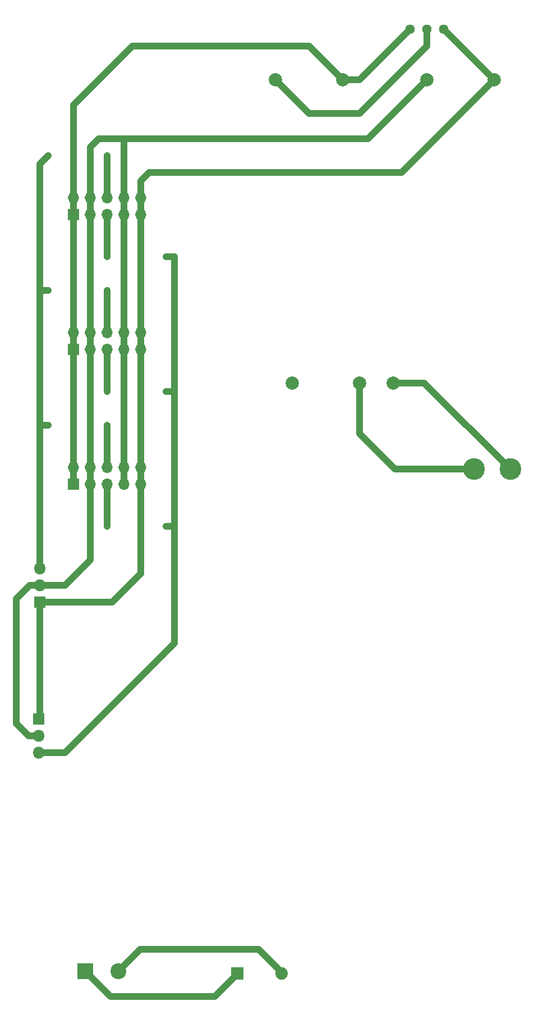
<source format=gbr>
G04 #@! TF.FileFunction,Copper,L2,Bot,Signal*
%FSLAX46Y46*%
G04 Gerber Fmt 4.6, Leading zero omitted, Abs format (unit mm)*
G04 Created by KiCad (PCBNEW 4.0.7) date Thu May  3 20:30:10 2018*
%MOMM*%
%LPD*%
G01*
G04 APERTURE LIST*
%ADD10C,0.100000*%
%ADD11R,1.881000X1.881000*%
%ADD12C,1.881000*%
%ADD13C,3.270000*%
%ADD14R,1.700000X1.700000*%
%ADD15O,1.700000X1.700000*%
%ADD16R,2.400000X2.400000*%
%ADD17C,2.400000*%
%ADD18C,2.000000*%
%ADD19C,1.440000*%
%ADD20R,1.800000X1.800000*%
%ADD21O,1.800000X1.800000*%
%ADD22C,0.600000*%
%ADD23C,1.000000*%
%ADD24C,0.250000*%
G04 APERTURE END LIST*
D10*
D11*
X85400000Y-170860000D03*
D12*
X92150000Y-170860000D03*
D13*
X121150000Y-94860000D03*
X126650000Y-94860000D03*
D14*
X60680000Y-97100000D03*
D15*
X60680000Y-94560000D03*
X63220000Y-97100000D03*
X63220000Y-94560000D03*
X65760000Y-97100000D03*
X65760000Y-94560000D03*
X68300000Y-97100000D03*
X68300000Y-94560000D03*
X70840000Y-97100000D03*
X70840000Y-94560000D03*
D14*
X60680000Y-76780000D03*
D15*
X60680000Y-74240000D03*
X63220000Y-76780000D03*
X63220000Y-74240000D03*
X65760000Y-76780000D03*
X65760000Y-74240000D03*
X68300000Y-76780000D03*
X68300000Y-74240000D03*
X70840000Y-76780000D03*
X70840000Y-74240000D03*
D14*
X60680000Y-56460000D03*
D15*
X60680000Y-53920000D03*
X63220000Y-56460000D03*
X63220000Y-53920000D03*
X65760000Y-56460000D03*
X65760000Y-53920000D03*
X68300000Y-56460000D03*
X68300000Y-53920000D03*
X70840000Y-56460000D03*
X70840000Y-53920000D03*
D16*
X62500000Y-170500000D03*
D17*
X67500000Y-170500000D03*
D18*
X93700000Y-81860000D03*
X103860000Y-81860000D03*
X108940000Y-81860000D03*
X124180000Y-36140000D03*
X114020000Y-36140000D03*
X101320000Y-36140000D03*
X91160000Y-36140000D03*
D19*
X116560000Y-28520000D03*
X114020000Y-28520000D03*
X111480000Y-28520000D03*
D20*
X55500000Y-132500000D03*
D21*
X55500000Y-135040000D03*
X55500000Y-137580000D03*
D20*
X55600000Y-114880000D03*
D21*
X55600000Y-112340000D03*
X55600000Y-109800000D03*
D22*
X65760000Y-103450000D03*
X74650000Y-103450000D03*
X65760000Y-62810000D03*
X74650000Y-62810000D03*
X74650000Y-83130000D03*
X65760000Y-83130000D03*
X56870000Y-67890000D03*
X65760000Y-67890000D03*
X65760000Y-88210000D03*
X56870000Y-88210000D03*
X65760000Y-47570000D03*
X56870000Y-47570000D03*
D23*
X111480000Y-28520000D02*
X103860000Y-36140000D01*
X103860000Y-36140000D02*
X101320000Y-36140000D01*
X60680000Y-53920000D02*
X60680000Y-39950000D01*
X96240000Y-31060000D02*
X101320000Y-36140000D01*
X69570000Y-31060000D02*
X96240000Y-31060000D01*
X60680000Y-39950000D02*
X69570000Y-31060000D01*
X60680000Y-53920000D02*
X60680000Y-56460000D01*
X60680000Y-56460000D02*
X60680000Y-74240000D01*
X60680000Y-74240000D02*
X60680000Y-76780000D01*
X60680000Y-76780000D02*
X60680000Y-94560000D01*
X60680000Y-94560000D02*
X60680000Y-97100000D01*
X63220000Y-97100000D02*
X63220000Y-108530000D01*
X59410000Y-112340000D02*
X55600000Y-112340000D01*
X63220000Y-108530000D02*
X59410000Y-112340000D01*
X55500000Y-135040000D02*
X53916000Y-135040000D01*
X53916000Y-135040000D02*
X52044000Y-133168000D01*
X52044000Y-133168000D02*
X52044000Y-114372000D01*
X52044000Y-114372000D02*
X54076000Y-112340000D01*
X54076000Y-112340000D02*
X55600000Y-112340000D01*
X63220000Y-53920000D02*
X63220000Y-46300000D01*
X64490000Y-45030000D02*
X68300000Y-45030000D01*
X63220000Y-46300000D02*
X64490000Y-45030000D01*
X68300000Y-45030000D02*
X105130000Y-45030000D01*
X105130000Y-45030000D02*
X114020000Y-36140000D01*
X68300000Y-50110000D02*
X68300000Y-53920000D01*
X68300000Y-45030000D02*
X68300000Y-50110000D01*
X68300000Y-53920000D02*
X68300000Y-56460000D01*
X68300000Y-56460000D02*
X68300000Y-74240000D01*
X68300000Y-74240000D02*
X68300000Y-76780000D01*
X68300000Y-76780000D02*
X68300000Y-94560000D01*
X68300000Y-94560000D02*
X68300000Y-97100000D01*
X63220000Y-53920000D02*
X63220000Y-56460000D01*
X63220000Y-56460000D02*
X63220000Y-74240000D01*
X63220000Y-74240000D02*
X63220000Y-76780000D01*
X63220000Y-76780000D02*
X63220000Y-94560000D01*
X63220000Y-94560000D02*
X63220000Y-97100000D01*
X55500000Y-137580000D02*
X59420000Y-137580000D01*
X75920000Y-121080000D02*
X75920000Y-103450000D01*
X59420000Y-137580000D02*
X75920000Y-121080000D01*
X65760000Y-97100000D02*
X65760000Y-103450000D01*
X75920000Y-103450000D02*
X75920000Y-83130000D01*
X74650000Y-103450000D02*
X75920000Y-103450000D01*
X75920000Y-83130000D02*
X75920000Y-62810000D01*
X65760000Y-56460000D02*
X65760000Y-62810000D01*
X74650000Y-62810000D02*
X75920000Y-62810000D01*
X65760000Y-76780000D02*
X65760000Y-83130000D01*
X74650000Y-83130000D02*
X75920000Y-83130000D01*
X65760000Y-74240000D02*
X65760000Y-67890000D01*
X56870000Y-67890000D02*
X55600000Y-67890000D01*
X55600000Y-88210000D02*
X56870000Y-88210000D01*
X65760000Y-47570000D02*
X65760000Y-47570000D01*
X65760000Y-53920000D02*
X65760000Y-47570000D01*
X55600000Y-48840000D02*
X55600000Y-62810000D01*
X56870000Y-47570000D02*
X55600000Y-48840000D01*
X55600000Y-83130000D02*
X55600000Y-88210000D01*
X55600000Y-88210000D02*
X55600000Y-109800000D01*
X55600000Y-62810000D02*
X55600000Y-64080000D01*
X55600000Y-64080000D02*
X55600000Y-67890000D01*
X55600000Y-67890000D02*
X55600000Y-83130000D01*
X65760000Y-88210000D02*
X65760000Y-94560000D01*
X65760000Y-94560000D02*
X65760000Y-88210000D01*
X55600000Y-114880000D02*
X55600000Y-132400000D01*
X55600000Y-132400000D02*
X55500000Y-132500000D01*
X70840000Y-97100000D02*
X70840000Y-110562000D01*
X66522000Y-114880000D02*
X55600000Y-114880000D01*
X70840000Y-110562000D02*
X66522000Y-114880000D01*
X55600000Y-132400000D02*
X55500000Y-132500000D01*
X116560000Y-28520000D02*
X124180000Y-36140000D01*
X70840000Y-53920000D02*
X70840000Y-51380000D01*
X110210000Y-50110000D02*
X124180000Y-36140000D01*
X72110000Y-50110000D02*
X110210000Y-50110000D01*
X70840000Y-51380000D02*
X72110000Y-50110000D01*
X70840000Y-53920000D02*
X70840000Y-56460000D01*
X70840000Y-56460000D02*
X70840000Y-74240000D01*
X70840000Y-74240000D02*
X70840000Y-76780000D01*
X70840000Y-76780000D02*
X70840000Y-94560000D01*
X70840000Y-94560000D02*
X70840000Y-97100000D01*
X85400000Y-170860000D02*
X85400000Y-170932000D01*
X85400000Y-170932000D02*
X82016000Y-174316000D01*
X66316000Y-174316000D02*
X62500000Y-170500000D01*
X82016000Y-174316000D02*
X66316000Y-174316000D01*
X85140000Y-170860000D02*
X85400000Y-170860000D01*
D24*
X85400000Y-170080000D02*
X85400000Y-170860000D01*
D23*
X92150000Y-170860000D02*
X92150000Y-170734000D01*
X92150000Y-170734000D02*
X88620000Y-167204000D01*
X70796000Y-167204000D02*
X67500000Y-170500000D01*
X88620000Y-167204000D02*
X70796000Y-167204000D01*
X67500000Y-170036000D02*
X67500000Y-170500000D01*
X92150000Y-170860000D02*
X92022000Y-170860000D01*
D24*
X67500000Y-170500000D02*
X67580000Y-170500000D01*
D23*
X121150000Y-94860000D02*
X109240000Y-94860000D01*
X109240000Y-94860000D02*
X108940000Y-94560000D01*
X103860000Y-89480000D02*
X103860000Y-81860000D01*
X103860000Y-89480000D02*
X108940000Y-94560000D01*
X108940000Y-81860000D02*
X113650000Y-81860000D01*
X113650000Y-81860000D02*
X126650000Y-94860000D01*
X114020000Y-28520000D02*
X114020000Y-31060000D01*
X96240000Y-41220000D02*
X91160000Y-36140000D01*
X103860000Y-41220000D02*
X96240000Y-41220000D01*
X114020000Y-31060000D02*
X103860000Y-41220000D01*
M02*

</source>
